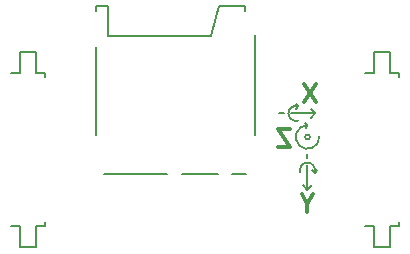
<source format=gbo>
G04 #@! TF.GenerationSoftware,KiCad,Pcbnew,no-vcs-found-d3b382c~59~ubuntu16.04.1*
G04 #@! TF.CreationDate,2017-07-29T16:39:47+01:00*
G04 #@! TF.ProjectId,m3imu,6D33696D752E6B696361645F70636200,1.0*
G04 #@! TF.SameCoordinates,Original
G04 #@! TF.FileFunction,Legend,Bot*
G04 #@! TF.FilePolarity,Positive*
%FSLAX46Y46*%
G04 Gerber Fmt 4.6, Leading zero omitted, Abs format (unit mm)*
G04 Created by KiCad (PCBNEW no-vcs-found-d3b382c~59~ubuntu16.04.1) date Sat Jul 29 16:39:47 2017*
%MOMM*%
%LPD*%
G01*
G04 APERTURE LIST*
%ADD10C,0.200000*%
%ADD11C,0.300000*%
%ADD12C,0.150000*%
%ADD13R,0.700000X1.100000*%
%ADD14R,1.140000X1.830000*%
%ADD15R,0.860000X2.800000*%
%ADD16R,0.700000X3.330000*%
%ADD17R,0.900000X0.930000*%
%ADD18R,1.050000X0.780000*%
%ADD19C,1.000000*%
%ADD20C,1.000000*%
%ADD21R,2.220000X0.740000*%
%ADD22C,1.200000*%
G04 APERTURE END LIST*
D10*
X107905000Y-96330000D02*
X107705000Y-96530000D01*
D11*
X107180000Y-98258571D02*
X106180000Y-98258571D01*
X107180000Y-99758571D01*
X106180000Y-99758571D01*
X109380000Y-94458571D02*
X108380000Y-95958571D01*
X108380000Y-94458571D02*
X109380000Y-95958571D01*
X108680000Y-104569285D02*
X108680000Y-105283571D01*
X109180000Y-103783571D02*
X108680000Y-104569285D01*
X108180000Y-103783571D01*
D10*
X109348580Y-96930000D02*
X108948580Y-96530000D01*
X109348580Y-96930000D02*
X108948580Y-97330000D01*
X109305000Y-96930000D02*
X107305000Y-96930000D01*
X107705000Y-96130000D02*
X107905000Y-96330000D01*
X107905000Y-96330000D02*
G75*
G03X107905000Y-97530000I-200000J-600000D01*
G01*
X106705000Y-96930000D02*
X106305000Y-96930000D01*
X108680000Y-97930000D02*
X108530000Y-98130000D01*
X108680000Y-97930000D02*
X108480000Y-97730000D01*
X108680000Y-97930000D02*
G75*
G03X109680000Y-98930000I0J-1000000D01*
G01*
X108880000Y-98930000D02*
G75*
G03X108880000Y-98930000I-200000J0D01*
G01*
X108680000Y-100730000D02*
X108680000Y-100330000D01*
X109280000Y-101955000D02*
X109080000Y-101755000D01*
X109480000Y-101755000D02*
X109280000Y-101955000D01*
X109280000Y-101930000D02*
G75*
G03X108080000Y-101930000I-600000J200000D01*
G01*
X108680000Y-103373580D02*
X109080000Y-102973580D01*
X108680000Y-103373580D02*
X108280000Y-102973580D01*
X108680000Y-103330000D02*
X108680000Y-101330000D01*
D12*
X100480000Y-90370000D02*
X91780000Y-90370000D01*
X91780000Y-90370000D02*
X91780000Y-87870000D01*
X91780000Y-87870000D02*
X90780000Y-87870000D01*
X90780000Y-87870000D02*
X90780000Y-88270000D01*
X101180000Y-87870000D02*
X100480000Y-90370000D01*
X101180000Y-87870000D02*
X103380000Y-87870000D01*
X103380000Y-87870000D02*
X103380000Y-88270000D01*
X102280000Y-102070000D02*
X103480000Y-102070000D01*
X98080000Y-102070000D02*
X101080000Y-102070000D01*
X91480000Y-102070000D02*
X96780000Y-102070000D01*
X90780000Y-91270000D02*
X90780000Y-98770000D01*
X104280000Y-90270000D02*
X104280000Y-98770000D01*
X113550000Y-106465000D02*
X114315000Y-106465000D01*
X114315000Y-106465000D02*
X114315000Y-108245000D01*
X114315000Y-108245000D02*
X115685000Y-108245000D01*
X115685000Y-108245000D02*
X115685000Y-106465000D01*
X115685000Y-106465000D02*
X116450000Y-106465000D01*
X116450000Y-106465000D02*
X116450000Y-106165000D01*
X116450000Y-93835000D02*
X116450000Y-93535000D01*
X116450000Y-93535000D02*
X115685000Y-93535000D01*
X115685000Y-93535000D02*
X115685000Y-91755000D01*
X115685000Y-91755000D02*
X114315000Y-91755000D01*
X114315000Y-91755000D02*
X114315000Y-93535000D01*
X114315000Y-93535000D02*
X113550000Y-93535000D01*
X83550000Y-106465000D02*
X84315000Y-106465000D01*
X84315000Y-106465000D02*
X84315000Y-108245000D01*
X84315000Y-108245000D02*
X85685000Y-108245000D01*
X85685000Y-108245000D02*
X85685000Y-106465000D01*
X85685000Y-106465000D02*
X86450000Y-106465000D01*
X86450000Y-106465000D02*
X86450000Y-106165000D01*
X86450000Y-93835000D02*
X86450000Y-93535000D01*
X86450000Y-93535000D02*
X85685000Y-93535000D01*
X85685000Y-93535000D02*
X85685000Y-91755000D01*
X85685000Y-91755000D02*
X84315000Y-91755000D01*
X84315000Y-91755000D02*
X84315000Y-93535000D01*
X84315000Y-93535000D02*
X83550000Y-93535000D01*
%LPC*%
D13*
X99880000Y-89270000D03*
X98780000Y-89270000D03*
X97680000Y-89270000D03*
X96580000Y-89270000D03*
X95580000Y-89270000D03*
X94480000Y-89270000D03*
X93380000Y-89270000D03*
X92280000Y-89270000D03*
D14*
X103760000Y-89285000D03*
D15*
X91100000Y-89770000D03*
D16*
X91020000Y-100535000D03*
X103980000Y-100535000D03*
D17*
X101670000Y-101735000D03*
D18*
X97405000Y-101810000D03*
D19*
X109638484Y-110470884D03*
D20*
X109566163Y-110368930D02*
X109710805Y-110572838D01*
D19*
X106008917Y-113045518D03*
D20*
X105936596Y-112943564D02*
X106081238Y-113147472D01*
D19*
X112964677Y-111789572D03*
D20*
X112704321Y-111422537D02*
X113225033Y-112156607D01*
D19*
X106154141Y-116620628D03*
D20*
X105893785Y-116253593D02*
X106414497Y-116987663D01*
D21*
X113635000Y-94285000D03*
X116365000Y-94285000D03*
X113635000Y-95555000D03*
X116365000Y-95555000D03*
X113635000Y-96825000D03*
X116365000Y-96825000D03*
X113635000Y-98095000D03*
X116365000Y-98095000D03*
X113635000Y-99365000D03*
X116365000Y-99365000D03*
X113635000Y-100635000D03*
X116365000Y-100635000D03*
X113635000Y-101905000D03*
X116365000Y-101905000D03*
X113635000Y-103175000D03*
X116365000Y-103175000D03*
X113635000Y-104445000D03*
X116365000Y-104445000D03*
X113635000Y-105715000D03*
X116365000Y-105715000D03*
D22*
X115000000Y-107305000D03*
X115000000Y-92695000D03*
D21*
X83635000Y-94285000D03*
X86365000Y-94285000D03*
X83635000Y-95555000D03*
X86365000Y-95555000D03*
X83635000Y-96825000D03*
X86365000Y-96825000D03*
X83635000Y-98095000D03*
X86365000Y-98095000D03*
X83635000Y-99365000D03*
X86365000Y-99365000D03*
X83635000Y-100635000D03*
X86365000Y-100635000D03*
X83635000Y-101905000D03*
X86365000Y-101905000D03*
X83635000Y-103175000D03*
X86365000Y-103175000D03*
X83635000Y-104445000D03*
X86365000Y-104445000D03*
X83635000Y-105715000D03*
X86365000Y-105715000D03*
D22*
X85000000Y-107305000D03*
X85000000Y-92695000D03*
M02*

</source>
